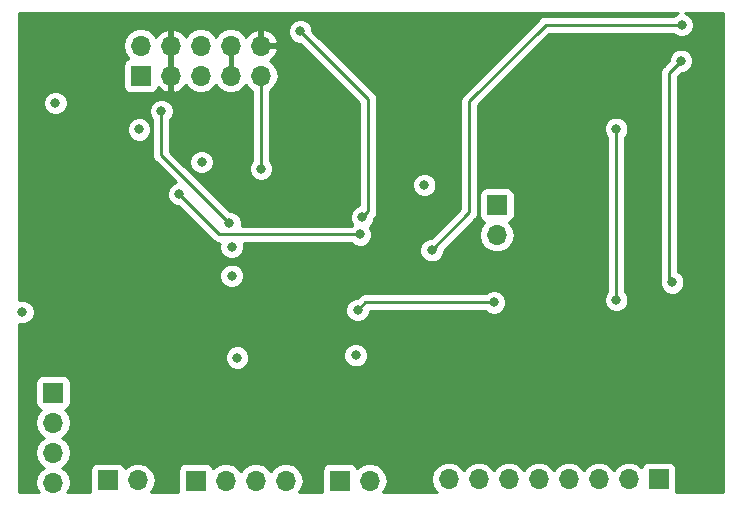
<source format=gbl>
G04 #@! TF.GenerationSoftware,KiCad,Pcbnew,(5.0.0)*
G04 #@! TF.CreationDate,2018-10-31T15:25:37+01:00*
G04 #@! TF.ProjectId,Digital,4469676974616C2E6B696361645F7063,rev?*
G04 #@! TF.SameCoordinates,Original*
G04 #@! TF.FileFunction,Copper,L4,Bot,Signal*
G04 #@! TF.FilePolarity,Positive*
%FSLAX46Y46*%
G04 Gerber Fmt 4.6, Leading zero omitted, Abs format (unit mm)*
G04 Created by KiCad (PCBNEW (5.0.0)) date 10/31/18 15:25:37*
%MOMM*%
%LPD*%
G01*
G04 APERTURE LIST*
G04 #@! TA.AperFunction,ComponentPad*
%ADD10O,1.700000X1.700000*%
G04 #@! TD*
G04 #@! TA.AperFunction,ComponentPad*
%ADD11R,1.700000X1.700000*%
G04 #@! TD*
G04 #@! TA.AperFunction,ViaPad*
%ADD12C,0.800000*%
G04 #@! TD*
G04 #@! TA.AperFunction,Conductor*
%ADD13C,0.250000*%
G04 #@! TD*
G04 #@! TA.AperFunction,Conductor*
%ADD14C,0.400000*%
G04 #@! TD*
G04 #@! TA.AperFunction,Conductor*
%ADD15C,0.254000*%
G04 #@! TD*
G04 APERTURE END LIST*
D10*
G04 #@! TO.P,DAC1,2*
G04 #@! TO.N,Net-(DAC1-Pad2)*
X140740000Y-109260000D03*
D11*
G04 #@! TO.P,DAC1,1*
G04 #@! TO.N,Net-(DAC1-Pad1)*
X138200000Y-109260000D03*
G04 #@! TD*
G04 #@! TO.P,DigitalPWR1,1*
G04 #@! TO.N,+3V3*
X171150000Y-85950000D03*
D10*
G04 #@! TO.P,DigitalPWR1,2*
G04 #@! TO.N,GNDPWR*
X171150000Y-88490000D03*
G04 #@! TD*
G04 #@! TO.P,I2C1,2*
G04 #@! TO.N,Net-(I2C1-Pad2)*
X160390000Y-109280000D03*
D11*
G04 #@! TO.P,I2C1,1*
G04 #@! TO.N,Net-(I2C1-Pad1)*
X157850000Y-109280000D03*
G04 #@! TD*
G04 #@! TO.P,ADC1,1*
G04 #@! TO.N,Net-(ADC1-Pad1)*
X133570000Y-101830000D03*
D10*
G04 #@! TO.P,ADC1,2*
G04 #@! TO.N,Net-(ADC1-Pad2)*
X133570000Y-104370000D03*
G04 #@! TO.P,ADC1,3*
G04 #@! TO.N,Net-(ADC1-Pad3)*
X133570000Y-106910000D03*
G04 #@! TO.P,ADC1,4*
G04 #@! TO.N,Net-(ADC1-Pad4)*
X133570000Y-109450000D03*
G04 #@! TD*
G04 #@! TO.P,ADC2,4*
G04 #@! TO.N,Net-(ADC2-Pad4)*
X153270000Y-109280000D03*
G04 #@! TO.P,ADC2,3*
G04 #@! TO.N,Net-(ADC2-Pad3)*
X150730000Y-109280000D03*
G04 #@! TO.P,ADC2,2*
G04 #@! TO.N,Net-(ADC2-Pad2)*
X148190000Y-109280000D03*
D11*
G04 #@! TO.P,ADC2,1*
G04 #@! TO.N,Net-(ADC2-Pad1)*
X145650000Y-109280000D03*
G04 #@! TD*
D10*
G04 #@! TO.P,GPIO1,8*
G04 #@! TO.N,Net-(GPIO1-Pad8)*
X167080000Y-109170000D03*
G04 #@! TO.P,GPIO1,7*
G04 #@! TO.N,Net-(GPIO1-Pad7)*
X169620000Y-109170000D03*
G04 #@! TO.P,GPIO1,6*
G04 #@! TO.N,Net-(GPIO1-Pad6)*
X172160000Y-109170000D03*
G04 #@! TO.P,GPIO1,5*
G04 #@! TO.N,Net-(GPIO1-Pad5)*
X174700000Y-109170000D03*
G04 #@! TO.P,GPIO1,4*
G04 #@! TO.N,Net-(GPIO1-Pad4)*
X177240000Y-109170000D03*
G04 #@! TO.P,GPIO1,3*
G04 #@! TO.N,Net-(GPIO1-Pad3)*
X179780000Y-109170000D03*
G04 #@! TO.P,GPIO1,2*
G04 #@! TO.N,Net-(GPIO1-Pad2)*
X182320000Y-109170000D03*
D11*
G04 #@! TO.P,GPIO1,1*
G04 #@! TO.N,Net-(GPIO1-Pad1)*
X184860000Y-109170000D03*
G04 #@! TD*
D10*
G04 #@! TO.P,J1,10*
G04 #@! TO.N,GND*
X151160000Y-72460000D03*
G04 #@! TO.P,J1,9*
G04 #@! TO.N,BOOT0*
X151160000Y-75000000D03*
G04 #@! TO.P,J1,8*
G04 #@! TO.N,+3V3*
X148620000Y-72460000D03*
G04 #@! TO.P,J1,7*
X148620000Y-75000000D03*
G04 #@! TO.P,J1,6*
G04 #@! TO.N,SWCLK*
X146080000Y-72460000D03*
G04 #@! TO.P,J1,5*
G04 #@! TO.N,SWO*
X146080000Y-75000000D03*
G04 #@! TO.P,J1,4*
G04 #@! TO.N,GND*
X143540000Y-72460000D03*
G04 #@! TO.P,J1,3*
X143540000Y-75000000D03*
G04 #@! TO.P,J1,2*
G04 #@! TO.N,SWDIO*
X141000000Y-72460000D03*
D11*
G04 #@! TO.P,J1,1*
G04 #@! TO.N,NRST*
X141000000Y-75000000D03*
G04 #@! TD*
D12*
G04 #@! TO.N,Net-(D2-Pad2)*
X181250000Y-94000000D03*
X181250000Y-79500000D03*
G04 #@! TO.N,Net-(D1-Pad2)*
X186000000Y-92500000D03*
X186750000Y-73750000D03*
G04 #@! TO.N,BT_KEY*
X186800000Y-70710000D03*
X165630000Y-89780000D03*
G04 #@! TO.N,+3V3*
X146150000Y-82310000D03*
X148700000Y-89500000D03*
X148700000Y-91950000D03*
X149170000Y-98870000D03*
X159200000Y-98670000D03*
X133765000Y-77315000D03*
X140860000Y-79550000D03*
X130980000Y-95010000D03*
X165000000Y-84250000D03*
G04 #@! TO.N,GND*
X142120000Y-91230000D03*
X136525000Y-76495000D03*
X189250000Y-96500000D03*
X175250000Y-98000000D03*
X140250000Y-95500000D03*
X145980000Y-102940000D03*
X160250000Y-105250000D03*
X166500000Y-87250000D03*
X172250000Y-70750000D03*
X136250000Y-99750000D03*
G04 #@! TO.N,BOOT0*
X151180000Y-82890000D03*
G04 #@! TO.N,DIGITAL_ENABLE*
X170910000Y-94200000D03*
X159370000Y-94850000D03*
G04 #@! TO.N,NRST*
X142750000Y-78000000D03*
X148500000Y-87500000D03*
G04 #@! TO.N,SWCLK*
X159750000Y-87000000D03*
X154500000Y-71250000D03*
G04 #@! TO.N,SWDIO*
X159570000Y-88450000D03*
X144230000Y-85030000D03*
G04 #@! TD*
D13*
G04 #@! TO.N,Net-(D2-Pad2)*
X181250000Y-79500000D02*
X181250000Y-94000000D01*
G04 #@! TO.N,Net-(D1-Pad2)*
X185750000Y-92250000D02*
X186000000Y-92500000D01*
X185750000Y-74750000D02*
X185750000Y-92250000D01*
X186750000Y-73750000D02*
X185750000Y-74750000D01*
G04 #@! TO.N,BT_KEY*
X175290000Y-70710000D02*
X186800000Y-70710000D01*
X168830000Y-77170000D02*
X175290000Y-70710000D01*
X168830000Y-86580000D02*
X168830000Y-77170000D01*
X165630000Y-89780000D02*
X168830000Y-86580000D01*
D14*
G04 #@! TO.N,+3V3*
X148620000Y-72460000D02*
X148620000Y-75000000D01*
D13*
X133765000Y-77315000D02*
X133775000Y-77325000D01*
X140920000Y-79610000D02*
X140920000Y-79620000D01*
X140860000Y-79550000D02*
X140920000Y-79610000D01*
G04 #@! TO.N,GND*
X142130000Y-91240000D02*
X142140000Y-91240000D01*
X142120000Y-91230000D02*
X142130000Y-91240000D01*
X136525000Y-76495000D02*
X136615000Y-76495000D01*
X145980000Y-102940000D02*
X146000000Y-102960000D01*
X146000000Y-102960000D02*
X146000000Y-103000000D01*
X166500000Y-87250000D02*
X166750000Y-87250000D01*
G04 #@! TO.N,BOOT0*
X151160000Y-75000000D02*
X151160000Y-82870000D01*
X151160000Y-82870000D02*
X151180000Y-82890000D01*
G04 #@! TO.N,DIGITAL_ENABLE*
X160020000Y-94200000D02*
X170910000Y-94200000D01*
X159370000Y-94850000D02*
X160020000Y-94200000D01*
G04 #@! TO.N,NRST*
X142750000Y-81750000D02*
X142750000Y-78000000D01*
X148500000Y-87500000D02*
X142750000Y-81750000D01*
G04 #@! TO.N,SWCLK*
X160250000Y-77000000D02*
X154500000Y-71250000D01*
X159750000Y-87000000D02*
X160250000Y-86500000D01*
X160250000Y-86500000D02*
X160250000Y-77000000D01*
G04 #@! TO.N,SWDIO*
X147650000Y-88450000D02*
X159570000Y-88450000D01*
X144230000Y-85030000D02*
X147650000Y-88450000D01*
G04 #@! TD*
D15*
G04 #@! TO.N,GND*
G36*
X186213720Y-69832569D02*
X186096289Y-69950000D01*
X175364848Y-69950000D01*
X175290000Y-69935112D01*
X175215152Y-69950000D01*
X175215148Y-69950000D01*
X174993463Y-69994096D01*
X174742071Y-70162071D01*
X174699671Y-70225527D01*
X168345528Y-76579671D01*
X168282072Y-76622071D01*
X168239672Y-76685527D01*
X168239671Y-76685528D01*
X168114097Y-76873463D01*
X168055112Y-77170000D01*
X168070001Y-77244852D01*
X168070000Y-86265197D01*
X165590199Y-88745000D01*
X165424126Y-88745000D01*
X165043720Y-88902569D01*
X164752569Y-89193720D01*
X164595000Y-89574126D01*
X164595000Y-89985874D01*
X164752569Y-90366280D01*
X165043720Y-90657431D01*
X165424126Y-90815000D01*
X165835874Y-90815000D01*
X166216280Y-90657431D01*
X166507431Y-90366280D01*
X166665000Y-89985874D01*
X166665000Y-89819801D01*
X167994802Y-88490000D01*
X169635908Y-88490000D01*
X169751161Y-89069418D01*
X170079375Y-89560625D01*
X170570582Y-89888839D01*
X171003744Y-89975000D01*
X171296256Y-89975000D01*
X171729418Y-89888839D01*
X172220625Y-89560625D01*
X172548839Y-89069418D01*
X172664092Y-88490000D01*
X172548839Y-87910582D01*
X172220625Y-87419375D01*
X172202381Y-87407184D01*
X172247765Y-87398157D01*
X172457809Y-87257809D01*
X172598157Y-87047765D01*
X172647440Y-86800000D01*
X172647440Y-85100000D01*
X172598157Y-84852235D01*
X172457809Y-84642191D01*
X172247765Y-84501843D01*
X172000000Y-84452560D01*
X170300000Y-84452560D01*
X170052235Y-84501843D01*
X169842191Y-84642191D01*
X169701843Y-84852235D01*
X169652560Y-85100000D01*
X169652560Y-86800000D01*
X169701843Y-87047765D01*
X169842191Y-87257809D01*
X170052235Y-87398157D01*
X170097619Y-87407184D01*
X170079375Y-87419375D01*
X169751161Y-87910582D01*
X169635908Y-88490000D01*
X167994802Y-88490000D01*
X169314476Y-87170327D01*
X169377929Y-87127929D01*
X169420327Y-87064476D01*
X169420329Y-87064474D01*
X169545903Y-86876538D01*
X169545904Y-86876537D01*
X169590000Y-86654852D01*
X169590000Y-86654848D01*
X169604888Y-86580001D01*
X169590000Y-86505154D01*
X169590000Y-79294126D01*
X180215000Y-79294126D01*
X180215000Y-79705874D01*
X180372569Y-80086280D01*
X180490000Y-80203711D01*
X180490001Y-93296288D01*
X180372569Y-93413720D01*
X180215000Y-93794126D01*
X180215000Y-94205874D01*
X180372569Y-94586280D01*
X180663720Y-94877431D01*
X181044126Y-95035000D01*
X181455874Y-95035000D01*
X181836280Y-94877431D01*
X182127431Y-94586280D01*
X182285000Y-94205874D01*
X182285000Y-93794126D01*
X182127431Y-93413720D01*
X182010000Y-93296289D01*
X182010000Y-92294126D01*
X184965000Y-92294126D01*
X184965000Y-92705874D01*
X185122569Y-93086280D01*
X185413720Y-93377431D01*
X185794126Y-93535000D01*
X186205874Y-93535000D01*
X186586280Y-93377431D01*
X186877431Y-93086280D01*
X187035000Y-92705874D01*
X187035000Y-92294126D01*
X186877431Y-91913720D01*
X186586280Y-91622569D01*
X186510000Y-91590973D01*
X186510000Y-75064801D01*
X186789802Y-74785000D01*
X186955874Y-74785000D01*
X187336280Y-74627431D01*
X187627431Y-74336280D01*
X187785000Y-73955874D01*
X187785000Y-73544126D01*
X187627431Y-73163720D01*
X187336280Y-72872569D01*
X186955874Y-72715000D01*
X186544126Y-72715000D01*
X186163720Y-72872569D01*
X185872569Y-73163720D01*
X185715000Y-73544126D01*
X185715000Y-73710198D01*
X185265530Y-74159669D01*
X185202071Y-74202071D01*
X185034096Y-74453464D01*
X184990000Y-74675149D01*
X184990000Y-74675153D01*
X184975112Y-74750000D01*
X184990000Y-74824847D01*
X184990001Y-92175148D01*
X184975112Y-92250000D01*
X184977761Y-92263318D01*
X184965000Y-92294126D01*
X182010000Y-92294126D01*
X182010000Y-80203711D01*
X182127431Y-80086280D01*
X182285000Y-79705874D01*
X182285000Y-79294126D01*
X182127431Y-78913720D01*
X181836280Y-78622569D01*
X181455874Y-78465000D01*
X181044126Y-78465000D01*
X180663720Y-78622569D01*
X180372569Y-78913720D01*
X180215000Y-79294126D01*
X169590000Y-79294126D01*
X169590000Y-77484801D01*
X175604802Y-71470000D01*
X186096289Y-71470000D01*
X186213720Y-71587431D01*
X186594126Y-71745000D01*
X187005874Y-71745000D01*
X187386280Y-71587431D01*
X187677431Y-71296280D01*
X187835000Y-70915874D01*
X187835000Y-70504126D01*
X187677431Y-70123720D01*
X187386280Y-69832569D01*
X187090372Y-69710000D01*
X190290000Y-69710000D01*
X190290001Y-110290000D01*
X186293300Y-110290000D01*
X186308157Y-110267765D01*
X186357440Y-110020000D01*
X186357440Y-108320000D01*
X186308157Y-108072235D01*
X186167809Y-107862191D01*
X185957765Y-107721843D01*
X185710000Y-107672560D01*
X184010000Y-107672560D01*
X183762235Y-107721843D01*
X183552191Y-107862191D01*
X183411843Y-108072235D01*
X183402816Y-108117619D01*
X183390625Y-108099375D01*
X182899418Y-107771161D01*
X182466256Y-107685000D01*
X182173744Y-107685000D01*
X181740582Y-107771161D01*
X181249375Y-108099375D01*
X181050000Y-108397761D01*
X180850625Y-108099375D01*
X180359418Y-107771161D01*
X179926256Y-107685000D01*
X179633744Y-107685000D01*
X179200582Y-107771161D01*
X178709375Y-108099375D01*
X178510000Y-108397761D01*
X178310625Y-108099375D01*
X177819418Y-107771161D01*
X177386256Y-107685000D01*
X177093744Y-107685000D01*
X176660582Y-107771161D01*
X176169375Y-108099375D01*
X175970000Y-108397761D01*
X175770625Y-108099375D01*
X175279418Y-107771161D01*
X174846256Y-107685000D01*
X174553744Y-107685000D01*
X174120582Y-107771161D01*
X173629375Y-108099375D01*
X173430000Y-108397761D01*
X173230625Y-108099375D01*
X172739418Y-107771161D01*
X172306256Y-107685000D01*
X172013744Y-107685000D01*
X171580582Y-107771161D01*
X171089375Y-108099375D01*
X170890000Y-108397761D01*
X170690625Y-108099375D01*
X170199418Y-107771161D01*
X169766256Y-107685000D01*
X169473744Y-107685000D01*
X169040582Y-107771161D01*
X168549375Y-108099375D01*
X168350000Y-108397761D01*
X168150625Y-108099375D01*
X167659418Y-107771161D01*
X167226256Y-107685000D01*
X166933744Y-107685000D01*
X166500582Y-107771161D01*
X166009375Y-108099375D01*
X165681161Y-108590582D01*
X165565908Y-109170000D01*
X165681161Y-109749418D01*
X166009375Y-110240625D01*
X166083270Y-110290000D01*
X161501133Y-110290000D01*
X161788839Y-109859418D01*
X161904092Y-109280000D01*
X161788839Y-108700582D01*
X161460625Y-108209375D01*
X160969418Y-107881161D01*
X160536256Y-107795000D01*
X160243744Y-107795000D01*
X159810582Y-107881161D01*
X159319375Y-108209375D01*
X159307184Y-108227619D01*
X159298157Y-108182235D01*
X159157809Y-107972191D01*
X158947765Y-107831843D01*
X158700000Y-107782560D01*
X157000000Y-107782560D01*
X156752235Y-107831843D01*
X156542191Y-107972191D01*
X156401843Y-108182235D01*
X156352560Y-108430000D01*
X156352560Y-110130000D01*
X156384386Y-110290000D01*
X154381133Y-110290000D01*
X154668839Y-109859418D01*
X154784092Y-109280000D01*
X154668839Y-108700582D01*
X154340625Y-108209375D01*
X153849418Y-107881161D01*
X153416256Y-107795000D01*
X153123744Y-107795000D01*
X152690582Y-107881161D01*
X152199375Y-108209375D01*
X152000000Y-108507761D01*
X151800625Y-108209375D01*
X151309418Y-107881161D01*
X150876256Y-107795000D01*
X150583744Y-107795000D01*
X150150582Y-107881161D01*
X149659375Y-108209375D01*
X149460000Y-108507761D01*
X149260625Y-108209375D01*
X148769418Y-107881161D01*
X148336256Y-107795000D01*
X148043744Y-107795000D01*
X147610582Y-107881161D01*
X147119375Y-108209375D01*
X147107184Y-108227619D01*
X147098157Y-108182235D01*
X146957809Y-107972191D01*
X146747765Y-107831843D01*
X146500000Y-107782560D01*
X144800000Y-107782560D01*
X144552235Y-107831843D01*
X144342191Y-107972191D01*
X144201843Y-108182235D01*
X144152560Y-108430000D01*
X144152560Y-110130000D01*
X144184386Y-110290000D01*
X141837770Y-110290000D01*
X142138839Y-109839418D01*
X142254092Y-109260000D01*
X142138839Y-108680582D01*
X141810625Y-108189375D01*
X141319418Y-107861161D01*
X140886256Y-107775000D01*
X140593744Y-107775000D01*
X140160582Y-107861161D01*
X139669375Y-108189375D01*
X139657184Y-108207619D01*
X139648157Y-108162235D01*
X139507809Y-107952191D01*
X139297765Y-107811843D01*
X139050000Y-107762560D01*
X137350000Y-107762560D01*
X137102235Y-107811843D01*
X136892191Y-107952191D01*
X136751843Y-108162235D01*
X136702560Y-108410000D01*
X136702560Y-110110000D01*
X136738364Y-110290000D01*
X134794724Y-110290000D01*
X134968839Y-110029418D01*
X135084092Y-109450000D01*
X134968839Y-108870582D01*
X134640625Y-108379375D01*
X134342239Y-108180000D01*
X134640625Y-107980625D01*
X134968839Y-107489418D01*
X135084092Y-106910000D01*
X134968839Y-106330582D01*
X134640625Y-105839375D01*
X134342239Y-105640000D01*
X134640625Y-105440625D01*
X134968839Y-104949418D01*
X135084092Y-104370000D01*
X134968839Y-103790582D01*
X134640625Y-103299375D01*
X134622381Y-103287184D01*
X134667765Y-103278157D01*
X134877809Y-103137809D01*
X135018157Y-102927765D01*
X135067440Y-102680000D01*
X135067440Y-100980000D01*
X135018157Y-100732235D01*
X134877809Y-100522191D01*
X134667765Y-100381843D01*
X134420000Y-100332560D01*
X132720000Y-100332560D01*
X132472235Y-100381843D01*
X132262191Y-100522191D01*
X132121843Y-100732235D01*
X132072560Y-100980000D01*
X132072560Y-102680000D01*
X132121843Y-102927765D01*
X132262191Y-103137809D01*
X132472235Y-103278157D01*
X132517619Y-103287184D01*
X132499375Y-103299375D01*
X132171161Y-103790582D01*
X132055908Y-104370000D01*
X132171161Y-104949418D01*
X132499375Y-105440625D01*
X132797761Y-105640000D01*
X132499375Y-105839375D01*
X132171161Y-106330582D01*
X132055908Y-106910000D01*
X132171161Y-107489418D01*
X132499375Y-107980625D01*
X132797761Y-108180000D01*
X132499375Y-108379375D01*
X132171161Y-108870582D01*
X132055908Y-109450000D01*
X132171161Y-110029418D01*
X132345276Y-110290000D01*
X130710000Y-110290000D01*
X130710000Y-98664126D01*
X148135000Y-98664126D01*
X148135000Y-99075874D01*
X148292569Y-99456280D01*
X148583720Y-99747431D01*
X148964126Y-99905000D01*
X149375874Y-99905000D01*
X149756280Y-99747431D01*
X150047431Y-99456280D01*
X150205000Y-99075874D01*
X150205000Y-98664126D01*
X150122158Y-98464126D01*
X158165000Y-98464126D01*
X158165000Y-98875874D01*
X158322569Y-99256280D01*
X158613720Y-99547431D01*
X158994126Y-99705000D01*
X159405874Y-99705000D01*
X159786280Y-99547431D01*
X160077431Y-99256280D01*
X160235000Y-98875874D01*
X160235000Y-98464126D01*
X160077431Y-98083720D01*
X159786280Y-97792569D01*
X159405874Y-97635000D01*
X158994126Y-97635000D01*
X158613720Y-97792569D01*
X158322569Y-98083720D01*
X158165000Y-98464126D01*
X150122158Y-98464126D01*
X150047431Y-98283720D01*
X149756280Y-97992569D01*
X149375874Y-97835000D01*
X148964126Y-97835000D01*
X148583720Y-97992569D01*
X148292569Y-98283720D01*
X148135000Y-98664126D01*
X130710000Y-98664126D01*
X130710000Y-96018438D01*
X130774126Y-96045000D01*
X131185874Y-96045000D01*
X131566280Y-95887431D01*
X131857431Y-95596280D01*
X132015000Y-95215874D01*
X132015000Y-94804126D01*
X131948726Y-94644126D01*
X158335000Y-94644126D01*
X158335000Y-95055874D01*
X158492569Y-95436280D01*
X158783720Y-95727431D01*
X159164126Y-95885000D01*
X159575874Y-95885000D01*
X159956280Y-95727431D01*
X160247431Y-95436280D01*
X160405000Y-95055874D01*
X160405000Y-94960000D01*
X170206289Y-94960000D01*
X170323720Y-95077431D01*
X170704126Y-95235000D01*
X171115874Y-95235000D01*
X171496280Y-95077431D01*
X171787431Y-94786280D01*
X171945000Y-94405874D01*
X171945000Y-93994126D01*
X171787431Y-93613720D01*
X171496280Y-93322569D01*
X171115874Y-93165000D01*
X170704126Y-93165000D01*
X170323720Y-93322569D01*
X170206289Y-93440000D01*
X160094848Y-93440000D01*
X160020000Y-93425112D01*
X159945152Y-93440000D01*
X159945148Y-93440000D01*
X159771605Y-93474520D01*
X159723462Y-93484096D01*
X159536418Y-93609076D01*
X159472071Y-93652071D01*
X159429671Y-93715527D01*
X159330198Y-93815000D01*
X159164126Y-93815000D01*
X158783720Y-93972569D01*
X158492569Y-94263720D01*
X158335000Y-94644126D01*
X131948726Y-94644126D01*
X131857431Y-94423720D01*
X131566280Y-94132569D01*
X131185874Y-93975000D01*
X130774126Y-93975000D01*
X130710000Y-94001562D01*
X130710000Y-91744126D01*
X147665000Y-91744126D01*
X147665000Y-92155874D01*
X147822569Y-92536280D01*
X148113720Y-92827431D01*
X148494126Y-92985000D01*
X148905874Y-92985000D01*
X149286280Y-92827431D01*
X149577431Y-92536280D01*
X149735000Y-92155874D01*
X149735000Y-91744126D01*
X149577431Y-91363720D01*
X149286280Y-91072569D01*
X148905874Y-90915000D01*
X148494126Y-90915000D01*
X148113720Y-91072569D01*
X147822569Y-91363720D01*
X147665000Y-91744126D01*
X130710000Y-91744126D01*
X130710000Y-79344126D01*
X139825000Y-79344126D01*
X139825000Y-79755874D01*
X139982569Y-80136280D01*
X140273720Y-80427431D01*
X140654126Y-80585000D01*
X141065874Y-80585000D01*
X141446280Y-80427431D01*
X141737431Y-80136280D01*
X141895000Y-79755874D01*
X141895000Y-79344126D01*
X141737431Y-78963720D01*
X141446280Y-78672569D01*
X141065874Y-78515000D01*
X140654126Y-78515000D01*
X140273720Y-78672569D01*
X139982569Y-78963720D01*
X139825000Y-79344126D01*
X130710000Y-79344126D01*
X130710000Y-77109126D01*
X132730000Y-77109126D01*
X132730000Y-77520874D01*
X132887569Y-77901280D01*
X133178720Y-78192431D01*
X133559126Y-78350000D01*
X133970874Y-78350000D01*
X134351280Y-78192431D01*
X134642431Y-77901280D01*
X134686815Y-77794126D01*
X141715000Y-77794126D01*
X141715000Y-78205874D01*
X141872569Y-78586280D01*
X141990001Y-78703712D01*
X141990000Y-81675153D01*
X141975112Y-81750000D01*
X141990000Y-81824847D01*
X141990000Y-81824851D01*
X142034096Y-82046536D01*
X142202071Y-82297929D01*
X142265530Y-82340331D01*
X143950638Y-84025440D01*
X143643720Y-84152569D01*
X143352569Y-84443720D01*
X143195000Y-84824126D01*
X143195000Y-85235874D01*
X143352569Y-85616280D01*
X143643720Y-85907431D01*
X144024126Y-86065000D01*
X144190199Y-86065000D01*
X147059673Y-88934476D01*
X147102071Y-88997929D01*
X147165524Y-89040327D01*
X147165526Y-89040329D01*
X147290902Y-89124102D01*
X147353463Y-89165904D01*
X147575148Y-89210000D01*
X147575152Y-89210000D01*
X147649999Y-89224888D01*
X147697601Y-89215419D01*
X147665000Y-89294126D01*
X147665000Y-89705874D01*
X147822569Y-90086280D01*
X148113720Y-90377431D01*
X148494126Y-90535000D01*
X148905874Y-90535000D01*
X149286280Y-90377431D01*
X149577431Y-90086280D01*
X149735000Y-89705874D01*
X149735000Y-89294126D01*
X149700154Y-89210000D01*
X158866289Y-89210000D01*
X158983720Y-89327431D01*
X159364126Y-89485000D01*
X159775874Y-89485000D01*
X160156280Y-89327431D01*
X160447431Y-89036280D01*
X160605000Y-88655874D01*
X160605000Y-88244126D01*
X160447431Y-87863720D01*
X160398711Y-87815000D01*
X160627431Y-87586280D01*
X160785000Y-87205874D01*
X160785000Y-87056568D01*
X160797929Y-87047929D01*
X160912450Y-86876537D01*
X160965904Y-86796538D01*
X160975480Y-86748395D01*
X161010000Y-86574852D01*
X161010000Y-86574848D01*
X161024888Y-86500000D01*
X161010000Y-86425152D01*
X161010000Y-84044126D01*
X163965000Y-84044126D01*
X163965000Y-84455874D01*
X164122569Y-84836280D01*
X164413720Y-85127431D01*
X164794126Y-85285000D01*
X165205874Y-85285000D01*
X165586280Y-85127431D01*
X165877431Y-84836280D01*
X166035000Y-84455874D01*
X166035000Y-84044126D01*
X165877431Y-83663720D01*
X165586280Y-83372569D01*
X165205874Y-83215000D01*
X164794126Y-83215000D01*
X164413720Y-83372569D01*
X164122569Y-83663720D01*
X163965000Y-84044126D01*
X161010000Y-84044126D01*
X161010000Y-77074847D01*
X161024888Y-77000000D01*
X161010000Y-76925153D01*
X161010000Y-76925148D01*
X160965904Y-76703463D01*
X160797929Y-76452071D01*
X160734473Y-76409671D01*
X155535000Y-71210199D01*
X155535000Y-71044126D01*
X155377431Y-70663720D01*
X155086280Y-70372569D01*
X154705874Y-70215000D01*
X154294126Y-70215000D01*
X153913720Y-70372569D01*
X153622569Y-70663720D01*
X153465000Y-71044126D01*
X153465000Y-71455874D01*
X153622569Y-71836280D01*
X153913720Y-72127431D01*
X154294126Y-72285000D01*
X154460199Y-72285000D01*
X159490001Y-77314803D01*
X159490000Y-85987420D01*
X159163720Y-86122569D01*
X158872569Y-86413720D01*
X158715000Y-86794126D01*
X158715000Y-87205874D01*
X158872569Y-87586280D01*
X158921289Y-87635000D01*
X158866289Y-87690000D01*
X149535000Y-87690000D01*
X149535000Y-87294126D01*
X149377431Y-86913720D01*
X149086280Y-86622569D01*
X148705874Y-86465000D01*
X148539802Y-86465000D01*
X144178928Y-82104126D01*
X145115000Y-82104126D01*
X145115000Y-82515874D01*
X145272569Y-82896280D01*
X145563720Y-83187431D01*
X145944126Y-83345000D01*
X146355874Y-83345000D01*
X146736280Y-83187431D01*
X147027431Y-82896280D01*
X147185000Y-82515874D01*
X147185000Y-82104126D01*
X147027431Y-81723720D01*
X146736280Y-81432569D01*
X146355874Y-81275000D01*
X145944126Y-81275000D01*
X145563720Y-81432569D01*
X145272569Y-81723720D01*
X145115000Y-82104126D01*
X144178928Y-82104126D01*
X143510000Y-81435199D01*
X143510000Y-78703711D01*
X143627431Y-78586280D01*
X143785000Y-78205874D01*
X143785000Y-77794126D01*
X143627431Y-77413720D01*
X143336280Y-77122569D01*
X142955874Y-76965000D01*
X142544126Y-76965000D01*
X142163720Y-77122569D01*
X141872569Y-77413720D01*
X141715000Y-77794126D01*
X134686815Y-77794126D01*
X134800000Y-77520874D01*
X134800000Y-77109126D01*
X134642431Y-76728720D01*
X134351280Y-76437569D01*
X133970874Y-76280000D01*
X133559126Y-76280000D01*
X133178720Y-76437569D01*
X132887569Y-76728720D01*
X132730000Y-77109126D01*
X130710000Y-77109126D01*
X130710000Y-72460000D01*
X139485908Y-72460000D01*
X139601161Y-73039418D01*
X139929375Y-73530625D01*
X139947619Y-73542816D01*
X139902235Y-73551843D01*
X139692191Y-73692191D01*
X139551843Y-73902235D01*
X139502560Y-74150000D01*
X139502560Y-75850000D01*
X139551843Y-76097765D01*
X139692191Y-76307809D01*
X139902235Y-76448157D01*
X140150000Y-76497440D01*
X141850000Y-76497440D01*
X142097765Y-76448157D01*
X142307809Y-76307809D01*
X142448157Y-76097765D01*
X142468739Y-75994292D01*
X142773076Y-76271645D01*
X143183110Y-76441476D01*
X143413000Y-76320155D01*
X143413000Y-75127000D01*
X143393000Y-75127000D01*
X143393000Y-74873000D01*
X143413000Y-74873000D01*
X143413000Y-72587000D01*
X143393000Y-72587000D01*
X143393000Y-72333000D01*
X143413000Y-72333000D01*
X143413000Y-71139845D01*
X143667000Y-71139845D01*
X143667000Y-72333000D01*
X143687000Y-72333000D01*
X143687000Y-72587000D01*
X143667000Y-72587000D01*
X143667000Y-74873000D01*
X143687000Y-74873000D01*
X143687000Y-75127000D01*
X143667000Y-75127000D01*
X143667000Y-76320155D01*
X143896890Y-76441476D01*
X144306924Y-76271645D01*
X144735183Y-75881358D01*
X144796157Y-75751522D01*
X145009375Y-76070625D01*
X145500582Y-76398839D01*
X145933744Y-76485000D01*
X146226256Y-76485000D01*
X146659418Y-76398839D01*
X147150625Y-76070625D01*
X147350000Y-75772239D01*
X147549375Y-76070625D01*
X148040582Y-76398839D01*
X148473744Y-76485000D01*
X148766256Y-76485000D01*
X149199418Y-76398839D01*
X149690625Y-76070625D01*
X149890000Y-75772239D01*
X150089375Y-76070625D01*
X150400000Y-76278178D01*
X150400001Y-82206288D01*
X150302569Y-82303720D01*
X150145000Y-82684126D01*
X150145000Y-83095874D01*
X150302569Y-83476280D01*
X150593720Y-83767431D01*
X150974126Y-83925000D01*
X151385874Y-83925000D01*
X151766280Y-83767431D01*
X152057431Y-83476280D01*
X152215000Y-83095874D01*
X152215000Y-82684126D01*
X152057431Y-82303720D01*
X151920000Y-82166289D01*
X151920000Y-76278178D01*
X152230625Y-76070625D01*
X152558839Y-75579418D01*
X152674092Y-75000000D01*
X152558839Y-74420582D01*
X152230625Y-73929375D01*
X151930214Y-73728647D01*
X152355183Y-73341358D01*
X152601486Y-72816892D01*
X152480819Y-72587000D01*
X151287000Y-72587000D01*
X151287000Y-72607000D01*
X151033000Y-72607000D01*
X151033000Y-72587000D01*
X151013000Y-72587000D01*
X151013000Y-72333000D01*
X151033000Y-72333000D01*
X151033000Y-71139845D01*
X151287000Y-71139845D01*
X151287000Y-72333000D01*
X152480819Y-72333000D01*
X152601486Y-72103108D01*
X152355183Y-71578642D01*
X151926924Y-71188355D01*
X151516890Y-71018524D01*
X151287000Y-71139845D01*
X151033000Y-71139845D01*
X150803110Y-71018524D01*
X150393076Y-71188355D01*
X149964817Y-71578642D01*
X149903843Y-71708478D01*
X149690625Y-71389375D01*
X149199418Y-71061161D01*
X148766256Y-70975000D01*
X148473744Y-70975000D01*
X148040582Y-71061161D01*
X147549375Y-71389375D01*
X147350000Y-71687761D01*
X147150625Y-71389375D01*
X146659418Y-71061161D01*
X146226256Y-70975000D01*
X145933744Y-70975000D01*
X145500582Y-71061161D01*
X145009375Y-71389375D01*
X144796157Y-71708478D01*
X144735183Y-71578642D01*
X144306924Y-71188355D01*
X143896890Y-71018524D01*
X143667000Y-71139845D01*
X143413000Y-71139845D01*
X143183110Y-71018524D01*
X142773076Y-71188355D01*
X142344817Y-71578642D01*
X142283843Y-71708478D01*
X142070625Y-71389375D01*
X141579418Y-71061161D01*
X141146256Y-70975000D01*
X140853744Y-70975000D01*
X140420582Y-71061161D01*
X139929375Y-71389375D01*
X139601161Y-71880582D01*
X139485908Y-72460000D01*
X130710000Y-72460000D01*
X130710000Y-69710000D01*
X186509628Y-69710000D01*
X186213720Y-69832569D01*
X186213720Y-69832569D01*
G37*
X186213720Y-69832569D02*
X186096289Y-69950000D01*
X175364848Y-69950000D01*
X175290000Y-69935112D01*
X175215152Y-69950000D01*
X175215148Y-69950000D01*
X174993463Y-69994096D01*
X174742071Y-70162071D01*
X174699671Y-70225527D01*
X168345528Y-76579671D01*
X168282072Y-76622071D01*
X168239672Y-76685527D01*
X168239671Y-76685528D01*
X168114097Y-76873463D01*
X168055112Y-77170000D01*
X168070001Y-77244852D01*
X168070000Y-86265197D01*
X165590199Y-88745000D01*
X165424126Y-88745000D01*
X165043720Y-88902569D01*
X164752569Y-89193720D01*
X164595000Y-89574126D01*
X164595000Y-89985874D01*
X164752569Y-90366280D01*
X165043720Y-90657431D01*
X165424126Y-90815000D01*
X165835874Y-90815000D01*
X166216280Y-90657431D01*
X166507431Y-90366280D01*
X166665000Y-89985874D01*
X166665000Y-89819801D01*
X167994802Y-88490000D01*
X169635908Y-88490000D01*
X169751161Y-89069418D01*
X170079375Y-89560625D01*
X170570582Y-89888839D01*
X171003744Y-89975000D01*
X171296256Y-89975000D01*
X171729418Y-89888839D01*
X172220625Y-89560625D01*
X172548839Y-89069418D01*
X172664092Y-88490000D01*
X172548839Y-87910582D01*
X172220625Y-87419375D01*
X172202381Y-87407184D01*
X172247765Y-87398157D01*
X172457809Y-87257809D01*
X172598157Y-87047765D01*
X172647440Y-86800000D01*
X172647440Y-85100000D01*
X172598157Y-84852235D01*
X172457809Y-84642191D01*
X172247765Y-84501843D01*
X172000000Y-84452560D01*
X170300000Y-84452560D01*
X170052235Y-84501843D01*
X169842191Y-84642191D01*
X169701843Y-84852235D01*
X169652560Y-85100000D01*
X169652560Y-86800000D01*
X169701843Y-87047765D01*
X169842191Y-87257809D01*
X170052235Y-87398157D01*
X170097619Y-87407184D01*
X170079375Y-87419375D01*
X169751161Y-87910582D01*
X169635908Y-88490000D01*
X167994802Y-88490000D01*
X169314476Y-87170327D01*
X169377929Y-87127929D01*
X169420327Y-87064476D01*
X169420329Y-87064474D01*
X169545903Y-86876538D01*
X169545904Y-86876537D01*
X169590000Y-86654852D01*
X169590000Y-86654848D01*
X169604888Y-86580001D01*
X169590000Y-86505154D01*
X169590000Y-79294126D01*
X180215000Y-79294126D01*
X180215000Y-79705874D01*
X180372569Y-80086280D01*
X180490000Y-80203711D01*
X180490001Y-93296288D01*
X180372569Y-93413720D01*
X180215000Y-93794126D01*
X180215000Y-94205874D01*
X180372569Y-94586280D01*
X180663720Y-94877431D01*
X181044126Y-95035000D01*
X181455874Y-95035000D01*
X181836280Y-94877431D01*
X182127431Y-94586280D01*
X182285000Y-94205874D01*
X182285000Y-93794126D01*
X182127431Y-93413720D01*
X182010000Y-93296289D01*
X182010000Y-92294126D01*
X184965000Y-92294126D01*
X184965000Y-92705874D01*
X185122569Y-93086280D01*
X185413720Y-93377431D01*
X185794126Y-93535000D01*
X186205874Y-93535000D01*
X186586280Y-93377431D01*
X186877431Y-93086280D01*
X187035000Y-92705874D01*
X187035000Y-92294126D01*
X186877431Y-91913720D01*
X186586280Y-91622569D01*
X186510000Y-91590973D01*
X186510000Y-75064801D01*
X186789802Y-74785000D01*
X186955874Y-74785000D01*
X187336280Y-74627431D01*
X187627431Y-74336280D01*
X187785000Y-73955874D01*
X187785000Y-73544126D01*
X187627431Y-73163720D01*
X187336280Y-72872569D01*
X186955874Y-72715000D01*
X186544126Y-72715000D01*
X186163720Y-72872569D01*
X185872569Y-73163720D01*
X185715000Y-73544126D01*
X185715000Y-73710198D01*
X185265530Y-74159669D01*
X185202071Y-74202071D01*
X185034096Y-74453464D01*
X184990000Y-74675149D01*
X184990000Y-74675153D01*
X184975112Y-74750000D01*
X184990000Y-74824847D01*
X184990001Y-92175148D01*
X184975112Y-92250000D01*
X184977761Y-92263318D01*
X184965000Y-92294126D01*
X182010000Y-92294126D01*
X182010000Y-80203711D01*
X182127431Y-80086280D01*
X182285000Y-79705874D01*
X182285000Y-79294126D01*
X182127431Y-78913720D01*
X181836280Y-78622569D01*
X181455874Y-78465000D01*
X181044126Y-78465000D01*
X180663720Y-78622569D01*
X180372569Y-78913720D01*
X180215000Y-79294126D01*
X169590000Y-79294126D01*
X169590000Y-77484801D01*
X175604802Y-71470000D01*
X186096289Y-71470000D01*
X186213720Y-71587431D01*
X186594126Y-71745000D01*
X187005874Y-71745000D01*
X187386280Y-71587431D01*
X187677431Y-71296280D01*
X187835000Y-70915874D01*
X187835000Y-70504126D01*
X187677431Y-70123720D01*
X187386280Y-69832569D01*
X187090372Y-69710000D01*
X190290000Y-69710000D01*
X190290001Y-110290000D01*
X186293300Y-110290000D01*
X186308157Y-110267765D01*
X186357440Y-110020000D01*
X186357440Y-108320000D01*
X186308157Y-108072235D01*
X186167809Y-107862191D01*
X185957765Y-107721843D01*
X185710000Y-107672560D01*
X184010000Y-107672560D01*
X183762235Y-107721843D01*
X183552191Y-107862191D01*
X183411843Y-108072235D01*
X183402816Y-108117619D01*
X183390625Y-108099375D01*
X182899418Y-107771161D01*
X182466256Y-107685000D01*
X182173744Y-107685000D01*
X181740582Y-107771161D01*
X181249375Y-108099375D01*
X181050000Y-108397761D01*
X180850625Y-108099375D01*
X180359418Y-107771161D01*
X179926256Y-107685000D01*
X179633744Y-107685000D01*
X179200582Y-107771161D01*
X178709375Y-108099375D01*
X178510000Y-108397761D01*
X178310625Y-108099375D01*
X177819418Y-107771161D01*
X177386256Y-107685000D01*
X177093744Y-107685000D01*
X176660582Y-107771161D01*
X176169375Y-108099375D01*
X175970000Y-108397761D01*
X175770625Y-108099375D01*
X175279418Y-107771161D01*
X174846256Y-107685000D01*
X174553744Y-107685000D01*
X174120582Y-107771161D01*
X173629375Y-108099375D01*
X173430000Y-108397761D01*
X173230625Y-108099375D01*
X172739418Y-107771161D01*
X172306256Y-107685000D01*
X172013744Y-107685000D01*
X171580582Y-107771161D01*
X171089375Y-108099375D01*
X170890000Y-108397761D01*
X170690625Y-108099375D01*
X170199418Y-107771161D01*
X169766256Y-107685000D01*
X169473744Y-107685000D01*
X169040582Y-107771161D01*
X168549375Y-108099375D01*
X168350000Y-108397761D01*
X168150625Y-108099375D01*
X167659418Y-107771161D01*
X167226256Y-107685000D01*
X166933744Y-107685000D01*
X166500582Y-107771161D01*
X166009375Y-108099375D01*
X165681161Y-108590582D01*
X165565908Y-109170000D01*
X165681161Y-109749418D01*
X166009375Y-110240625D01*
X166083270Y-110290000D01*
X161501133Y-110290000D01*
X161788839Y-109859418D01*
X161904092Y-109280000D01*
X161788839Y-108700582D01*
X161460625Y-108209375D01*
X160969418Y-107881161D01*
X160536256Y-107795000D01*
X160243744Y-107795000D01*
X159810582Y-107881161D01*
X159319375Y-108209375D01*
X159307184Y-108227619D01*
X159298157Y-108182235D01*
X159157809Y-107972191D01*
X158947765Y-107831843D01*
X158700000Y-107782560D01*
X157000000Y-107782560D01*
X156752235Y-107831843D01*
X156542191Y-107972191D01*
X156401843Y-108182235D01*
X156352560Y-108430000D01*
X156352560Y-110130000D01*
X156384386Y-110290000D01*
X154381133Y-110290000D01*
X154668839Y-109859418D01*
X154784092Y-109280000D01*
X154668839Y-108700582D01*
X154340625Y-108209375D01*
X153849418Y-107881161D01*
X153416256Y-107795000D01*
X153123744Y-107795000D01*
X152690582Y-107881161D01*
X152199375Y-108209375D01*
X152000000Y-108507761D01*
X151800625Y-108209375D01*
X151309418Y-107881161D01*
X150876256Y-107795000D01*
X150583744Y-107795000D01*
X150150582Y-107881161D01*
X149659375Y-108209375D01*
X149460000Y-108507761D01*
X149260625Y-108209375D01*
X148769418Y-107881161D01*
X148336256Y-107795000D01*
X148043744Y-107795000D01*
X147610582Y-107881161D01*
X147119375Y-108209375D01*
X147107184Y-108227619D01*
X147098157Y-108182235D01*
X146957809Y-107972191D01*
X146747765Y-107831843D01*
X146500000Y-107782560D01*
X144800000Y-107782560D01*
X144552235Y-107831843D01*
X144342191Y-107972191D01*
X144201843Y-108182235D01*
X144152560Y-108430000D01*
X144152560Y-110130000D01*
X144184386Y-110290000D01*
X141837770Y-110290000D01*
X142138839Y-109839418D01*
X142254092Y-109260000D01*
X142138839Y-108680582D01*
X141810625Y-108189375D01*
X141319418Y-107861161D01*
X140886256Y-107775000D01*
X140593744Y-107775000D01*
X140160582Y-107861161D01*
X139669375Y-108189375D01*
X139657184Y-108207619D01*
X139648157Y-108162235D01*
X139507809Y-107952191D01*
X139297765Y-107811843D01*
X139050000Y-107762560D01*
X137350000Y-107762560D01*
X137102235Y-107811843D01*
X136892191Y-107952191D01*
X136751843Y-108162235D01*
X136702560Y-108410000D01*
X136702560Y-110110000D01*
X136738364Y-110290000D01*
X134794724Y-110290000D01*
X134968839Y-110029418D01*
X135084092Y-109450000D01*
X134968839Y-108870582D01*
X134640625Y-108379375D01*
X134342239Y-108180000D01*
X134640625Y-107980625D01*
X134968839Y-107489418D01*
X135084092Y-106910000D01*
X134968839Y-106330582D01*
X134640625Y-105839375D01*
X134342239Y-105640000D01*
X134640625Y-105440625D01*
X134968839Y-104949418D01*
X135084092Y-104370000D01*
X134968839Y-103790582D01*
X134640625Y-103299375D01*
X134622381Y-103287184D01*
X134667765Y-103278157D01*
X134877809Y-103137809D01*
X135018157Y-102927765D01*
X135067440Y-102680000D01*
X135067440Y-100980000D01*
X135018157Y-100732235D01*
X134877809Y-100522191D01*
X134667765Y-100381843D01*
X134420000Y-100332560D01*
X132720000Y-100332560D01*
X132472235Y-100381843D01*
X132262191Y-100522191D01*
X132121843Y-100732235D01*
X132072560Y-100980000D01*
X132072560Y-102680000D01*
X132121843Y-102927765D01*
X132262191Y-103137809D01*
X132472235Y-103278157D01*
X132517619Y-103287184D01*
X132499375Y-103299375D01*
X132171161Y-103790582D01*
X132055908Y-104370000D01*
X132171161Y-104949418D01*
X132499375Y-105440625D01*
X132797761Y-105640000D01*
X132499375Y-105839375D01*
X132171161Y-106330582D01*
X132055908Y-106910000D01*
X132171161Y-107489418D01*
X132499375Y-107980625D01*
X132797761Y-108180000D01*
X132499375Y-108379375D01*
X132171161Y-108870582D01*
X132055908Y-109450000D01*
X132171161Y-110029418D01*
X132345276Y-110290000D01*
X130710000Y-110290000D01*
X130710000Y-98664126D01*
X148135000Y-98664126D01*
X148135000Y-99075874D01*
X148292569Y-99456280D01*
X148583720Y-99747431D01*
X148964126Y-99905000D01*
X149375874Y-99905000D01*
X149756280Y-99747431D01*
X150047431Y-99456280D01*
X150205000Y-99075874D01*
X150205000Y-98664126D01*
X150122158Y-98464126D01*
X158165000Y-98464126D01*
X158165000Y-98875874D01*
X158322569Y-99256280D01*
X158613720Y-99547431D01*
X158994126Y-99705000D01*
X159405874Y-99705000D01*
X159786280Y-99547431D01*
X160077431Y-99256280D01*
X160235000Y-98875874D01*
X160235000Y-98464126D01*
X160077431Y-98083720D01*
X159786280Y-97792569D01*
X159405874Y-97635000D01*
X158994126Y-97635000D01*
X158613720Y-97792569D01*
X158322569Y-98083720D01*
X158165000Y-98464126D01*
X150122158Y-98464126D01*
X150047431Y-98283720D01*
X149756280Y-97992569D01*
X149375874Y-97835000D01*
X148964126Y-97835000D01*
X148583720Y-97992569D01*
X148292569Y-98283720D01*
X148135000Y-98664126D01*
X130710000Y-98664126D01*
X130710000Y-96018438D01*
X130774126Y-96045000D01*
X131185874Y-96045000D01*
X131566280Y-95887431D01*
X131857431Y-95596280D01*
X132015000Y-95215874D01*
X132015000Y-94804126D01*
X131948726Y-94644126D01*
X158335000Y-94644126D01*
X158335000Y-95055874D01*
X158492569Y-95436280D01*
X158783720Y-95727431D01*
X159164126Y-95885000D01*
X159575874Y-95885000D01*
X159956280Y-95727431D01*
X160247431Y-95436280D01*
X160405000Y-95055874D01*
X160405000Y-94960000D01*
X170206289Y-94960000D01*
X170323720Y-95077431D01*
X170704126Y-95235000D01*
X171115874Y-95235000D01*
X171496280Y-95077431D01*
X171787431Y-94786280D01*
X171945000Y-94405874D01*
X171945000Y-93994126D01*
X171787431Y-93613720D01*
X171496280Y-93322569D01*
X171115874Y-93165000D01*
X170704126Y-93165000D01*
X170323720Y-93322569D01*
X170206289Y-93440000D01*
X160094848Y-93440000D01*
X160020000Y-93425112D01*
X159945152Y-93440000D01*
X159945148Y-93440000D01*
X159771605Y-93474520D01*
X159723462Y-93484096D01*
X159536418Y-93609076D01*
X159472071Y-93652071D01*
X159429671Y-93715527D01*
X159330198Y-93815000D01*
X159164126Y-93815000D01*
X158783720Y-93972569D01*
X158492569Y-94263720D01*
X158335000Y-94644126D01*
X131948726Y-94644126D01*
X131857431Y-94423720D01*
X131566280Y-94132569D01*
X131185874Y-93975000D01*
X130774126Y-93975000D01*
X130710000Y-94001562D01*
X130710000Y-91744126D01*
X147665000Y-91744126D01*
X147665000Y-92155874D01*
X147822569Y-92536280D01*
X148113720Y-92827431D01*
X148494126Y-92985000D01*
X148905874Y-92985000D01*
X149286280Y-92827431D01*
X149577431Y-92536280D01*
X149735000Y-92155874D01*
X149735000Y-91744126D01*
X149577431Y-91363720D01*
X149286280Y-91072569D01*
X148905874Y-90915000D01*
X148494126Y-90915000D01*
X148113720Y-91072569D01*
X147822569Y-91363720D01*
X147665000Y-91744126D01*
X130710000Y-91744126D01*
X130710000Y-79344126D01*
X139825000Y-79344126D01*
X139825000Y-79755874D01*
X139982569Y-80136280D01*
X140273720Y-80427431D01*
X140654126Y-80585000D01*
X141065874Y-80585000D01*
X141446280Y-80427431D01*
X141737431Y-80136280D01*
X141895000Y-79755874D01*
X141895000Y-79344126D01*
X141737431Y-78963720D01*
X141446280Y-78672569D01*
X141065874Y-78515000D01*
X140654126Y-78515000D01*
X140273720Y-78672569D01*
X139982569Y-78963720D01*
X139825000Y-79344126D01*
X130710000Y-79344126D01*
X130710000Y-77109126D01*
X132730000Y-77109126D01*
X132730000Y-77520874D01*
X132887569Y-77901280D01*
X133178720Y-78192431D01*
X133559126Y-78350000D01*
X133970874Y-78350000D01*
X134351280Y-78192431D01*
X134642431Y-77901280D01*
X134686815Y-77794126D01*
X141715000Y-77794126D01*
X141715000Y-78205874D01*
X141872569Y-78586280D01*
X141990001Y-78703712D01*
X141990000Y-81675153D01*
X141975112Y-81750000D01*
X141990000Y-81824847D01*
X141990000Y-81824851D01*
X142034096Y-82046536D01*
X142202071Y-82297929D01*
X142265530Y-82340331D01*
X143950638Y-84025440D01*
X143643720Y-84152569D01*
X143352569Y-84443720D01*
X143195000Y-84824126D01*
X143195000Y-85235874D01*
X143352569Y-85616280D01*
X143643720Y-85907431D01*
X144024126Y-86065000D01*
X144190199Y-86065000D01*
X147059673Y-88934476D01*
X147102071Y-88997929D01*
X147165524Y-89040327D01*
X147165526Y-89040329D01*
X147290902Y-89124102D01*
X147353463Y-89165904D01*
X147575148Y-89210000D01*
X147575152Y-89210000D01*
X147649999Y-89224888D01*
X147697601Y-89215419D01*
X147665000Y-89294126D01*
X147665000Y-89705874D01*
X147822569Y-90086280D01*
X148113720Y-90377431D01*
X148494126Y-90535000D01*
X148905874Y-90535000D01*
X149286280Y-90377431D01*
X149577431Y-90086280D01*
X149735000Y-89705874D01*
X149735000Y-89294126D01*
X149700154Y-89210000D01*
X158866289Y-89210000D01*
X158983720Y-89327431D01*
X159364126Y-89485000D01*
X159775874Y-89485000D01*
X160156280Y-89327431D01*
X160447431Y-89036280D01*
X160605000Y-88655874D01*
X160605000Y-88244126D01*
X160447431Y-87863720D01*
X160398711Y-87815000D01*
X160627431Y-87586280D01*
X160785000Y-87205874D01*
X160785000Y-87056568D01*
X160797929Y-87047929D01*
X160912450Y-86876537D01*
X160965904Y-86796538D01*
X160975480Y-86748395D01*
X161010000Y-86574852D01*
X161010000Y-86574848D01*
X161024888Y-86500000D01*
X161010000Y-86425152D01*
X161010000Y-84044126D01*
X163965000Y-84044126D01*
X163965000Y-84455874D01*
X164122569Y-84836280D01*
X164413720Y-85127431D01*
X164794126Y-85285000D01*
X165205874Y-85285000D01*
X165586280Y-85127431D01*
X165877431Y-84836280D01*
X166035000Y-84455874D01*
X166035000Y-84044126D01*
X165877431Y-83663720D01*
X165586280Y-83372569D01*
X165205874Y-83215000D01*
X164794126Y-83215000D01*
X164413720Y-83372569D01*
X164122569Y-83663720D01*
X163965000Y-84044126D01*
X161010000Y-84044126D01*
X161010000Y-77074847D01*
X161024888Y-77000000D01*
X161010000Y-76925153D01*
X161010000Y-76925148D01*
X160965904Y-76703463D01*
X160797929Y-76452071D01*
X160734473Y-76409671D01*
X155535000Y-71210199D01*
X155535000Y-71044126D01*
X155377431Y-70663720D01*
X155086280Y-70372569D01*
X154705874Y-70215000D01*
X154294126Y-70215000D01*
X153913720Y-70372569D01*
X153622569Y-70663720D01*
X153465000Y-71044126D01*
X153465000Y-71455874D01*
X153622569Y-71836280D01*
X153913720Y-72127431D01*
X154294126Y-72285000D01*
X154460199Y-72285000D01*
X159490001Y-77314803D01*
X159490000Y-85987420D01*
X159163720Y-86122569D01*
X158872569Y-86413720D01*
X158715000Y-86794126D01*
X158715000Y-87205874D01*
X158872569Y-87586280D01*
X158921289Y-87635000D01*
X158866289Y-87690000D01*
X149535000Y-87690000D01*
X149535000Y-87294126D01*
X149377431Y-86913720D01*
X149086280Y-86622569D01*
X148705874Y-86465000D01*
X148539802Y-86465000D01*
X144178928Y-82104126D01*
X145115000Y-82104126D01*
X145115000Y-82515874D01*
X145272569Y-82896280D01*
X145563720Y-83187431D01*
X145944126Y-83345000D01*
X146355874Y-83345000D01*
X146736280Y-83187431D01*
X147027431Y-82896280D01*
X147185000Y-82515874D01*
X147185000Y-82104126D01*
X147027431Y-81723720D01*
X146736280Y-81432569D01*
X146355874Y-81275000D01*
X145944126Y-81275000D01*
X145563720Y-81432569D01*
X145272569Y-81723720D01*
X145115000Y-82104126D01*
X144178928Y-82104126D01*
X143510000Y-81435199D01*
X143510000Y-78703711D01*
X143627431Y-78586280D01*
X143785000Y-78205874D01*
X143785000Y-77794126D01*
X143627431Y-77413720D01*
X143336280Y-77122569D01*
X142955874Y-76965000D01*
X142544126Y-76965000D01*
X142163720Y-77122569D01*
X141872569Y-77413720D01*
X141715000Y-77794126D01*
X134686815Y-77794126D01*
X134800000Y-77520874D01*
X134800000Y-77109126D01*
X134642431Y-76728720D01*
X134351280Y-76437569D01*
X133970874Y-76280000D01*
X133559126Y-76280000D01*
X133178720Y-76437569D01*
X132887569Y-76728720D01*
X132730000Y-77109126D01*
X130710000Y-77109126D01*
X130710000Y-72460000D01*
X139485908Y-72460000D01*
X139601161Y-73039418D01*
X139929375Y-73530625D01*
X139947619Y-73542816D01*
X139902235Y-73551843D01*
X139692191Y-73692191D01*
X139551843Y-73902235D01*
X139502560Y-74150000D01*
X139502560Y-75850000D01*
X139551843Y-76097765D01*
X139692191Y-76307809D01*
X139902235Y-76448157D01*
X140150000Y-76497440D01*
X141850000Y-76497440D01*
X142097765Y-76448157D01*
X142307809Y-76307809D01*
X142448157Y-76097765D01*
X142468739Y-75994292D01*
X142773076Y-76271645D01*
X143183110Y-76441476D01*
X143413000Y-76320155D01*
X143413000Y-75127000D01*
X143393000Y-75127000D01*
X143393000Y-74873000D01*
X143413000Y-74873000D01*
X143413000Y-72587000D01*
X143393000Y-72587000D01*
X143393000Y-72333000D01*
X143413000Y-72333000D01*
X143413000Y-71139845D01*
X143667000Y-71139845D01*
X143667000Y-72333000D01*
X143687000Y-72333000D01*
X143687000Y-72587000D01*
X143667000Y-72587000D01*
X143667000Y-74873000D01*
X143687000Y-74873000D01*
X143687000Y-75127000D01*
X143667000Y-75127000D01*
X143667000Y-76320155D01*
X143896890Y-76441476D01*
X144306924Y-76271645D01*
X144735183Y-75881358D01*
X144796157Y-75751522D01*
X145009375Y-76070625D01*
X145500582Y-76398839D01*
X145933744Y-76485000D01*
X146226256Y-76485000D01*
X146659418Y-76398839D01*
X147150625Y-76070625D01*
X147350000Y-75772239D01*
X147549375Y-76070625D01*
X148040582Y-76398839D01*
X148473744Y-76485000D01*
X148766256Y-76485000D01*
X149199418Y-76398839D01*
X149690625Y-76070625D01*
X149890000Y-75772239D01*
X150089375Y-76070625D01*
X150400000Y-76278178D01*
X150400001Y-82206288D01*
X150302569Y-82303720D01*
X150145000Y-82684126D01*
X150145000Y-83095874D01*
X150302569Y-83476280D01*
X150593720Y-83767431D01*
X150974126Y-83925000D01*
X151385874Y-83925000D01*
X151766280Y-83767431D01*
X152057431Y-83476280D01*
X152215000Y-83095874D01*
X152215000Y-82684126D01*
X152057431Y-82303720D01*
X151920000Y-82166289D01*
X151920000Y-76278178D01*
X152230625Y-76070625D01*
X152558839Y-75579418D01*
X152674092Y-75000000D01*
X152558839Y-74420582D01*
X152230625Y-73929375D01*
X151930214Y-73728647D01*
X152355183Y-73341358D01*
X152601486Y-72816892D01*
X152480819Y-72587000D01*
X151287000Y-72587000D01*
X151287000Y-72607000D01*
X151033000Y-72607000D01*
X151033000Y-72587000D01*
X151013000Y-72587000D01*
X151013000Y-72333000D01*
X151033000Y-72333000D01*
X151033000Y-71139845D01*
X151287000Y-71139845D01*
X151287000Y-72333000D01*
X152480819Y-72333000D01*
X152601486Y-72103108D01*
X152355183Y-71578642D01*
X151926924Y-71188355D01*
X151516890Y-71018524D01*
X151287000Y-71139845D01*
X151033000Y-71139845D01*
X150803110Y-71018524D01*
X150393076Y-71188355D01*
X149964817Y-71578642D01*
X149903843Y-71708478D01*
X149690625Y-71389375D01*
X149199418Y-71061161D01*
X148766256Y-70975000D01*
X148473744Y-70975000D01*
X148040582Y-71061161D01*
X147549375Y-71389375D01*
X147350000Y-71687761D01*
X147150625Y-71389375D01*
X146659418Y-71061161D01*
X146226256Y-70975000D01*
X145933744Y-70975000D01*
X145500582Y-71061161D01*
X145009375Y-71389375D01*
X144796157Y-71708478D01*
X144735183Y-71578642D01*
X144306924Y-71188355D01*
X143896890Y-71018524D01*
X143667000Y-71139845D01*
X143413000Y-71139845D01*
X143183110Y-71018524D01*
X142773076Y-71188355D01*
X142344817Y-71578642D01*
X142283843Y-71708478D01*
X142070625Y-71389375D01*
X141579418Y-71061161D01*
X141146256Y-70975000D01*
X140853744Y-70975000D01*
X140420582Y-71061161D01*
X139929375Y-71389375D01*
X139601161Y-71880582D01*
X139485908Y-72460000D01*
X130710000Y-72460000D01*
X130710000Y-69710000D01*
X186509628Y-69710000D01*
X186213720Y-69832569D01*
G04 #@! TD*
M02*

</source>
